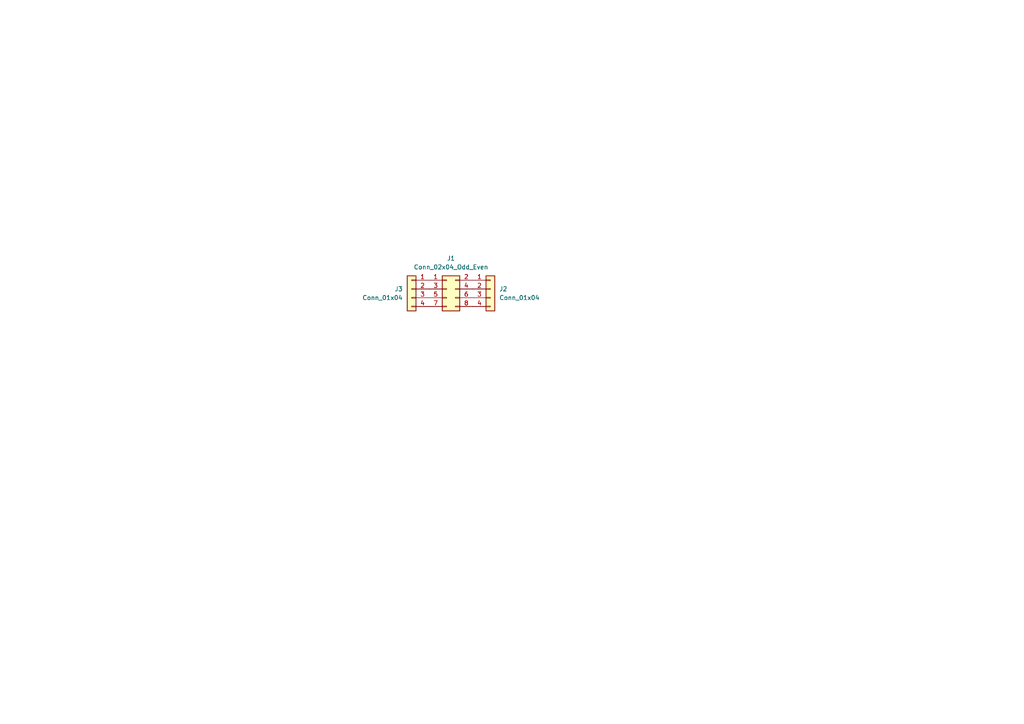
<source format=kicad_sch>
(kicad_sch (version 20231120) (generator "eeschema") (generator_version "8.0")
  (paper "A4")
  (lib_symbols
    (symbol "Connector_Generic:Conn_01x04" (pin_names (offset 1.016) hide)
      (property "Reference" "J" (at 0 5.08 0))
      (property "Value" "Conn_01x04" (at 0 -7.62 0))
      (symbol "Conn_01x04_1_1"
        (rectangle (start -1.27 -4.953) (end 0 -5.207) (stroke (width 0.1524)))
        (rectangle (start -1.27 -2.413) (end 0 -2.667) (stroke (width 0.1524)))
        (rectangle (start -1.27 0.127) (end 0 -0.127) (stroke (width 0.1524)))
        (rectangle (start -1.27 2.667) (end 0 2.413) (stroke (width 0.1524)))
        (rectangle (start -1.27 3.81) (end 1.27 -6.35) (stroke (width 0.254)) (fill (type background)))
        (pin passive line (at -5.08 2.54 0) (length 3.81) (name "Pin_1") (number "1"))
        (pin passive line (at -5.08 0 0) (length 3.81) (name "Pin_2") (number "2"))
        (pin passive line (at -5.08 -2.54 0) (length 3.81) (name "Pin_3") (number "3"))
        (pin passive line (at -5.08 -5.08 0) (length 3.81) (name "Pin_4") (number "4"))
      )
    )
    (symbol "Connector_Generic:Conn_02x04_Odd_Even" (pin_names (offset 1.016) hide)
      (property "Reference" "J" (at 1.27 5.08 0))
      (property "Value" "Conn_02x04_Odd_Even" (at 1.27 -7.62 0))
      (symbol "Conn_02x04_Odd_Even_1_1"
        (rectangle (start -1.27 -4.953) (end 0 -5.207) (stroke (width 0.1524)))
        (rectangle (start -1.27 -2.413) (end 0 -2.667) (stroke (width 0.1524)))
        (rectangle (start -1.27 0.127) (end 0 -0.127) (stroke (width 0.1524)))
        (rectangle (start -1.27 2.667) (end 0 2.413) (stroke (width 0.1524)))
        (rectangle (start -1.27 3.81) (end 3.81 -6.35) (stroke (width 0.254)) (fill (type background)))
        (rectangle (start 3.81 -4.953) (end 2.54 -5.207) (stroke (width 0.1524)))
        (rectangle (start 3.81 -2.413) (end 2.54 -2.667) (stroke (width 0.1524)))
        (rectangle (start 3.81 0.127) (end 2.54 -0.127) (stroke (width 0.1524)))
        (rectangle (start 3.81 2.667) (end 2.54 2.413) (stroke (width 0.1524)))
        (pin passive line (at -5.08 2.54 0) (length 3.81) (name "Pin_1") (number "1"))
        (pin passive line (at 7.62 2.54 180) (length 3.81) (name "Pin_2") (number "2"))
        (pin passive line (at -5.08 0 0) (length 3.81) (name "Pin_3") (number "3"))
        (pin passive line (at 7.62 0 180) (length 3.81) (name "Pin_4") (number "4"))
        (pin passive line (at -5.08 -2.54 0) (length 3.81) (name "Pin_5") (number "5"))
        (pin passive line (at 7.62 -2.54 180) (length 3.81) (name "Pin_6") (number "6"))
        (pin passive line (at -5.08 -5.08 0) (length 3.81) (name "Pin_7") (number "7"))
        (pin passive line (at 7.62 -5.08 180) (length 3.81) (name "Pin_8") (number "8"))
      )
    )
  )
  (symbol (lib_id "Connector_Generic:Conn_01x04") (at 119.38 83.82 0) (mirror y) (unit 1)
    (property "Reference" "J3" (at 116.84 83.8199 0) (effects (justify left)))
    (property "Value" "Conn_01x04" (at 116.84 86.3599 0) (effects (justify left)))
    (property "Footprint" "Connector_PinHeader_2.54mm:PinHeader_1x04_P2.54mm_Vertical" (effects (hide yes)))
    (property "Description" "Generic connector, single row, 01x04, script generated (kicad-library-utils/schlib/autogen/connector/)" (effects (hide yes)))
  )
  (symbol (lib_id "Connector_Generic:Conn_02x04_Odd_Even") (at 129.54 83.82 0) (unit 1)
    (property "Reference" "J1" (at 130.81 74.93 0))
    (property "Value" "Conn_02x04_Odd_Even" (at 130.81 77.47 0))
    (property "Footprint" "Connector_PinSocket_2.54mm:PinSocket_2x04_P2.54mm_Vertical" (effects (hide yes)))
    (property "Description" "Generic connector, double row, 02x04, odd/even pin numbering scheme (row 1 odd numbers, row 2 even numbers), script generated (kicad-library-utils/schlib/autogen/connector/)" (effects (hide yes)))
  )
  (symbol (lib_id "Connector_Generic:Conn_01x04") (at 142.24 83.82 0) (unit 1)
    (property "Reference" "J2" (at 144.78 83.8199 0) (effects (justify left)))
    (property "Value" "Conn_01x04" (at 144.78 86.3599 0) (effects (justify left)))
    (property "Footprint" "Connector_PinHeader_2.54mm:PinHeader_1x04_P2.54mm_Vertical" (effects (hide yes)))
    (property "Description" "Generic connector, single row, 01x04, script generated (kicad-library-utils/schlib/autogen/connector/)" (effects (hide yes)))
  )
)
</source>
